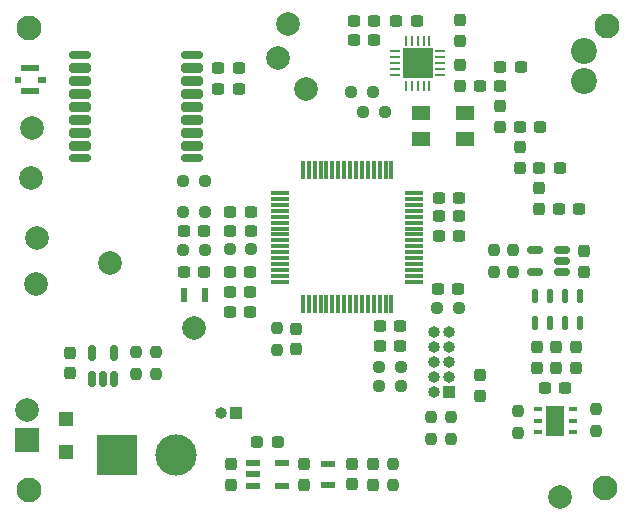
<source format=gbr>
%TF.GenerationSoftware,KiCad,Pcbnew,8.0.5*%
%TF.CreationDate,2025-03-03T10:26:28+01:00*%
%TF.ProjectId,picoballoon,7069636f-6261-46c6-9c6f-6f6e2e6b6963,rev?*%
%TF.SameCoordinates,Original*%
%TF.FileFunction,Soldermask,Top*%
%TF.FilePolarity,Negative*%
%FSLAX46Y46*%
G04 Gerber Fmt 4.6, Leading zero omitted, Abs format (unit mm)*
G04 Created by KiCad (PCBNEW 8.0.5) date 2025-03-03 10:26:28*
%MOMM*%
%LPD*%
G01*
G04 APERTURE LIST*
G04 Aperture macros list*
%AMRoundRect*
0 Rectangle with rounded corners*
0 $1 Rounding radius*
0 $2 $3 $4 $5 $6 $7 $8 $9 X,Y pos of 4 corners*
0 Add a 4 corners polygon primitive as box body*
4,1,4,$2,$3,$4,$5,$6,$7,$8,$9,$2,$3,0*
0 Add four circle primitives for the rounded corners*
1,1,$1+$1,$2,$3*
1,1,$1+$1,$4,$5*
1,1,$1+$1,$6,$7*
1,1,$1+$1,$8,$9*
0 Add four rect primitives between the rounded corners*
20,1,$1+$1,$2,$3,$4,$5,0*
20,1,$1+$1,$4,$5,$6,$7,0*
20,1,$1+$1,$6,$7,$8,$9,0*
20,1,$1+$1,$8,$9,$2,$3,0*%
G04 Aperture macros list end*
%ADD10RoundRect,0.237500X-0.237500X0.250000X-0.237500X-0.250000X0.237500X-0.250000X0.237500X0.250000X0*%
%ADD11R,2.000000X2.000000*%
%ADD12C,2.000000*%
%ADD13R,1.600000X1.250000*%
%ADD14RoundRect,0.237500X-0.300000X-0.237500X0.300000X-0.237500X0.300000X0.237500X-0.300000X0.237500X0*%
%ADD15RoundRect,0.237500X0.237500X-0.250000X0.237500X0.250000X-0.237500X0.250000X-0.237500X-0.250000X0*%
%ADD16C,2.100000*%
%ADD17RoundRect,0.237500X0.237500X-0.300000X0.237500X0.300000X-0.237500X0.300000X-0.237500X-0.300000X0*%
%ADD18RoundRect,0.237500X0.300000X0.237500X-0.300000X0.237500X-0.300000X-0.237500X0.300000X-0.237500X0*%
%ADD19RoundRect,0.150000X0.512500X0.150000X-0.512500X0.150000X-0.512500X-0.150000X0.512500X-0.150000X0*%
%ADD20R,1.200000X0.600000*%
%ADD21RoundRect,0.237500X-0.237500X0.300000X-0.237500X-0.300000X0.237500X-0.300000X0.237500X0.300000X0*%
%ADD22RoundRect,0.237500X-0.250000X-0.237500X0.250000X-0.237500X0.250000X0.237500X-0.250000X0.237500X0*%
%ADD23RoundRect,0.237500X0.237500X-0.287500X0.237500X0.287500X-0.237500X0.287500X-0.237500X-0.287500X0*%
%ADD24RoundRect,0.237500X0.250000X0.237500X-0.250000X0.237500X-0.250000X-0.237500X0.250000X-0.237500X0*%
%ADD25RoundRect,0.237500X-0.237500X0.287500X-0.237500X-0.287500X0.237500X-0.287500X0.237500X0.287500X0*%
%ADD26C,2.200000*%
%ADD27RoundRect,0.237500X-0.287500X-0.237500X0.287500X-0.237500X0.287500X0.237500X-0.287500X0.237500X0*%
%ADD28R,1.000000X1.000000*%
%ADD29O,1.000000X1.000000*%
%ADD30RoundRect,0.150000X0.150000X-0.512500X0.150000X0.512500X-0.150000X0.512500X-0.150000X-0.512500X0*%
%ADD31R,1.200000X1.200000*%
%ADD32R,0.600000X1.250000*%
%ADD33RoundRect,0.075000X-0.700000X-0.075000X0.700000X-0.075000X0.700000X0.075000X-0.700000X0.075000X0*%
%ADD34RoundRect,0.075000X-0.075000X-0.700000X0.075000X-0.700000X0.075000X0.700000X-0.075000X0.700000X0*%
%ADD35RoundRect,0.125000X0.125000X-0.475000X0.125000X0.475000X-0.125000X0.475000X-0.125000X-0.475000X0*%
%ADD36R,1.250000X0.600000*%
%ADD37RoundRect,0.175000X0.725000X0.175000X-0.725000X0.175000X-0.725000X-0.175000X0.725000X-0.175000X0*%
%ADD38RoundRect,0.200000X0.700000X0.200000X-0.700000X0.200000X-0.700000X-0.200000X0.700000X-0.200000X0*%
%ADD39R,3.500000X3.500000*%
%ADD40C,3.500000*%
%ADD41RoundRect,0.062500X0.362500X0.062500X-0.362500X0.062500X-0.362500X-0.062500X0.362500X-0.062500X0*%
%ADD42RoundRect,0.062500X0.062500X0.362500X-0.062500X0.362500X-0.062500X-0.362500X0.062500X-0.362500X0*%
%ADD43R,2.600000X2.600000*%
%ADD44R,0.800000X0.450000*%
%ADD45R,1.600000X2.500000*%
%ADD46R,0.700000X0.500000*%
%ADD47R,0.550000X0.500000*%
%ADD48R,1.500000X0.500000*%
G04 APERTURE END LIST*
D10*
%TO.C,R6*%
X151480000Y-119297500D03*
X151480000Y-121122500D03*
%TD*%
D11*
%TO.C,SC1*%
X109910000Y-121795000D03*
D12*
X109910000Y-119255000D03*
%TD*%
D13*
%TO.C,Y1*%
X143275000Y-94065000D03*
X146975000Y-96265000D03*
X146975000Y-94065000D03*
X143275000Y-96265000D03*
%TD*%
D14*
%TO.C,C29*%
X148217500Y-91810000D03*
X149942500Y-91810000D03*
%TD*%
D15*
%TO.C,R15*%
X145790000Y-121662500D03*
X145790000Y-119837500D03*
%TD*%
D16*
%TO.C,H1*%
X110040000Y-125990000D03*
%TD*%
D17*
%TO.C,C37*%
X148210000Y-117992500D03*
X148210000Y-116267500D03*
%TD*%
D18*
%TO.C,C30*%
X151682500Y-90160000D03*
X149957500Y-90160000D03*
%TD*%
D19*
%TO.C,U4*%
X155207500Y-107570000D03*
X155207500Y-106620000D03*
X155207500Y-105670000D03*
X152932500Y-105670000D03*
X152932500Y-107570000D03*
%TD*%
D14*
%TO.C,C7*%
X139767500Y-112140000D03*
X141492500Y-112140000D03*
%TD*%
D20*
%TO.C,PS1*%
X129020000Y-123707500D03*
X129020000Y-124657500D03*
X129020000Y-125607500D03*
X131520000Y-125607500D03*
X131520000Y-123707500D03*
%TD*%
D16*
%TO.C,H2*%
X158830000Y-125800000D03*
%TD*%
D21*
%TO.C,C21*%
X156390000Y-113895000D03*
X156390000Y-115620000D03*
%TD*%
D17*
%TO.C,C19*%
X157070000Y-107500000D03*
X157070000Y-105775000D03*
%TD*%
D22*
%TO.C,R14*%
X123117500Y-105630000D03*
X124942500Y-105630000D03*
%TD*%
D12*
%TO.C,TP1*%
X124060000Y-112270000D03*
%TD*%
D18*
%TO.C,C28*%
X139302500Y-87890000D03*
X137577500Y-87890000D03*
%TD*%
%TO.C,C31*%
X153332500Y-95260000D03*
X151607500Y-95260000D03*
%TD*%
D21*
%TO.C,C20*%
X154720000Y-113895000D03*
X154720000Y-115620000D03*
%TD*%
D14*
%TO.C,C11*%
X144775000Y-101230000D03*
X146500000Y-101230000D03*
%TD*%
D23*
%TO.C,D3*%
X139170000Y-125552500D03*
X139170000Y-123802500D03*
%TD*%
D24*
%TO.C,R12*%
X128865000Y-105610000D03*
X127040000Y-105610000D03*
%TD*%
D10*
%TO.C,R11*%
X131020000Y-112287500D03*
X131020000Y-114112500D03*
%TD*%
D16*
%TO.C,H4*%
X110060000Y-86890000D03*
%TD*%
%TO.C,H3*%
X159010000Y-86670000D03*
%TD*%
D14*
%TO.C,C25*%
X126077500Y-92010000D03*
X127802500Y-92010000D03*
%TD*%
%TO.C,C24*%
X126077500Y-90220000D03*
X127802500Y-90220000D03*
%TD*%
D12*
%TO.C,TP5*%
X110250000Y-99590000D03*
%TD*%
D25*
%TO.C,L6*%
X149940000Y-93505000D03*
X149940000Y-95255000D03*
%TD*%
D21*
%TO.C,C18*%
X113557500Y-114350000D03*
X113557500Y-116075000D03*
%TD*%
D24*
%TO.C,R19*%
X141532500Y-117190000D03*
X139707500Y-117190000D03*
%TD*%
D12*
%TO.C,TP6*%
X132000000Y-86500000D03*
%TD*%
D24*
%TO.C,R13*%
X141522500Y-115540000D03*
X139697500Y-115540000D03*
%TD*%
D18*
%TO.C,C6*%
X128825000Y-104030000D03*
X127100000Y-104030000D03*
%TD*%
D22*
%TO.C,R7*%
X137337500Y-92250000D03*
X139162500Y-92250000D03*
%TD*%
D18*
%TO.C,C26*%
X142872500Y-86260000D03*
X141147500Y-86260000D03*
%TD*%
%TO.C,C17*%
X124892500Y-104040000D03*
X123167500Y-104040000D03*
%TD*%
%TO.C,C32*%
X154992500Y-98730000D03*
X153267500Y-98730000D03*
%TD*%
D12*
%TO.C,TP10*%
X155030000Y-126560000D03*
%TD*%
D26*
%TO.C,AE2*%
X157050000Y-91320000D03*
X157050000Y-88780000D03*
%TD*%
D14*
%TO.C,C9*%
X144767500Y-102830000D03*
X146492500Y-102830000D03*
%TD*%
D25*
%TO.C,L8*%
X153260000Y-100425000D03*
X153260000Y-102175000D03*
%TD*%
D27*
%TO.C,L1*%
X129375000Y-121917500D03*
X131125000Y-121917500D03*
%TD*%
D22*
%TO.C,R8*%
X138337500Y-93960000D03*
X140162500Y-93960000D03*
%TD*%
D28*
%TO.C,J1*%
X145590000Y-117730000D03*
D29*
X144320000Y-117730000D03*
X145590000Y-116460000D03*
X144320000Y-116460000D03*
X145590000Y-115190000D03*
X144320000Y-115190000D03*
X145590000Y-113920000D03*
X144320000Y-113920000D03*
X145590000Y-112650000D03*
X144320000Y-112650000D03*
%TD*%
D30*
%TO.C,U6*%
X115397500Y-116630000D03*
X116347500Y-116630000D03*
X117297500Y-116630000D03*
X117297500Y-114355000D03*
X115397500Y-114355000D03*
%TD*%
D10*
%TO.C,R16*%
X144070000Y-119837500D03*
X144070000Y-121662500D03*
%TD*%
D14*
%TO.C,C8*%
X139767500Y-113820000D03*
X141492500Y-113820000D03*
%TD*%
D31*
%TO.C,D1*%
X113230000Y-122810000D03*
X113230000Y-120010000D03*
%TD*%
D12*
%TO.C,TP3*%
X116890000Y-106800000D03*
%TD*%
D18*
%TO.C,C27*%
X139300000Y-86260000D03*
X137575000Y-86260000D03*
%TD*%
%TO.C,C15*%
X128800000Y-110880000D03*
X127075000Y-110880000D03*
%TD*%
D14*
%TO.C,C23*%
X153717500Y-117360000D03*
X155442500Y-117360000D03*
%TD*%
D17*
%TO.C,C3*%
X133350000Y-125530000D03*
X133350000Y-123805000D03*
%TD*%
D12*
%TO.C,TP7*%
X133490000Y-92060000D03*
%TD*%
D32*
%TO.C,FB3*%
X123157500Y-109510000D03*
X124957500Y-109510000D03*
%TD*%
D25*
%TO.C,L4*%
X146540000Y-86185000D03*
X146540000Y-87935000D03*
%TD*%
D12*
%TO.C,TP8*%
X131110000Y-89420000D03*
%TD*%
D10*
%TO.C,R9*%
X151050000Y-105687500D03*
X151050000Y-107512500D03*
%TD*%
D12*
%TO.C,TP9*%
X110740000Y-104660000D03*
%TD*%
D14*
%TO.C,C12*%
X123165000Y-107560000D03*
X124890000Y-107560000D03*
%TD*%
D25*
%TO.C,D2*%
X132710000Y-112327500D03*
X132710000Y-114077500D03*
%TD*%
D33*
%TO.C,IC1*%
X131325000Y-100850000D03*
X131325000Y-101350000D03*
X131325000Y-101850000D03*
X131325000Y-102350000D03*
X131325000Y-102850000D03*
X131325000Y-103350000D03*
X131325000Y-103850000D03*
X131325000Y-104350000D03*
X131325000Y-104850000D03*
X131325000Y-105350000D03*
X131325000Y-105850000D03*
X131325000Y-106350000D03*
X131325000Y-106850000D03*
X131325000Y-107350000D03*
X131325000Y-107850000D03*
X131325000Y-108350000D03*
D34*
X133250000Y-110275000D03*
X133750000Y-110275000D03*
X134250000Y-110275000D03*
X134750000Y-110275000D03*
X135250000Y-110275000D03*
X135750000Y-110275000D03*
X136250000Y-110275000D03*
X136750000Y-110275000D03*
X137250000Y-110275000D03*
X137750000Y-110275000D03*
X138250000Y-110275000D03*
X138750000Y-110275000D03*
X139250000Y-110275000D03*
X139750000Y-110275000D03*
X140250000Y-110275000D03*
X140750000Y-110275000D03*
D33*
X142675000Y-108350000D03*
X142675000Y-107850000D03*
X142675000Y-107350000D03*
X142675000Y-106850000D03*
X142675000Y-106350000D03*
X142675000Y-105850000D03*
X142675000Y-105350000D03*
X142675000Y-104850000D03*
X142675000Y-104350000D03*
X142675000Y-103850000D03*
X142675000Y-103350000D03*
X142675000Y-102850000D03*
X142675000Y-102350000D03*
X142675000Y-101850000D03*
X142675000Y-101350000D03*
X142675000Y-100850000D03*
D34*
X140750000Y-98925000D03*
X140250000Y-98925000D03*
X139750000Y-98925000D03*
X139250000Y-98925000D03*
X138750000Y-98925000D03*
X138250000Y-98925000D03*
X137750000Y-98925000D03*
X137250000Y-98925000D03*
X136750000Y-98925000D03*
X136250000Y-98925000D03*
X135750000Y-98925000D03*
X135250000Y-98925000D03*
X134750000Y-98925000D03*
X134250000Y-98925000D03*
X133750000Y-98925000D03*
X133250000Y-98925000D03*
%TD*%
D14*
%TO.C,C10*%
X144767500Y-104460000D03*
X146492500Y-104460000D03*
%TD*%
D12*
%TO.C,TP4*%
X110300000Y-95310000D03*
%TD*%
D35*
%TO.C,U2*%
X152925000Y-111880000D03*
X154175000Y-111880000D03*
X155425000Y-111880000D03*
X156675000Y-111880000D03*
X156675000Y-109580000D03*
X155425000Y-109580000D03*
X154175000Y-109580000D03*
X152925000Y-109580000D03*
%TD*%
D22*
%TO.C,R3*%
X123097500Y-99790000D03*
X124922500Y-99790000D03*
%TD*%
D25*
%TO.C,L5*%
X146550000Y-90025000D03*
X146550000Y-91775000D03*
%TD*%
D36*
%TO.C,FB1*%
X135360000Y-125567500D03*
X135360000Y-123767500D03*
%TD*%
D21*
%TO.C,C2*%
X127160000Y-123805000D03*
X127160000Y-125530000D03*
%TD*%
D18*
%TO.C,C5*%
X128832500Y-102430000D03*
X127107500Y-102430000D03*
%TD*%
D37*
%TO.C,U5*%
X123850000Y-97920000D03*
D38*
X123850000Y-96820000D03*
X123850000Y-95720000D03*
X123850000Y-94620000D03*
X123850000Y-93520000D03*
X123850000Y-92420000D03*
X123850000Y-91320000D03*
X123850000Y-90220000D03*
D37*
X123850000Y-89120000D03*
X114350000Y-89120000D03*
D38*
X114350000Y-90220000D03*
X114350000Y-91320000D03*
X114350000Y-92420000D03*
X114350000Y-93520000D03*
X114350000Y-94620000D03*
X114350000Y-95720000D03*
X114350000Y-96820000D03*
D37*
X114350000Y-97920000D03*
%TD*%
D12*
%TO.C,TP2*%
X110690000Y-108560000D03*
%TD*%
D39*
%TO.C,C1*%
X117510000Y-123030000D03*
D40*
X122510000Y-123030000D03*
%TD*%
D10*
%TO.C,R1*%
X140900000Y-123755000D03*
X140900000Y-125580000D03*
%TD*%
D41*
%TO.C,U1*%
X144890000Y-90860000D03*
X144890000Y-90360000D03*
X144890000Y-89860000D03*
X144890000Y-89360000D03*
X144890000Y-88860000D03*
D42*
X143965000Y-87935000D03*
X143465000Y-87935000D03*
X142965000Y-87935000D03*
X142465000Y-87935000D03*
X141965000Y-87935000D03*
D41*
X141040000Y-88860000D03*
X141040000Y-89360000D03*
X141040000Y-89860000D03*
X141040000Y-90360000D03*
X141040000Y-90860000D03*
D42*
X141965000Y-91785000D03*
X142465000Y-91785000D03*
X142965000Y-91785000D03*
X143465000Y-91785000D03*
X143965000Y-91785000D03*
D43*
X142965000Y-89860000D03*
%TD*%
D44*
%TO.C,HM1*%
X156080000Y-121110000D03*
X156080000Y-120110000D03*
X156080000Y-119110000D03*
X153180000Y-119110000D03*
X153180000Y-120110000D03*
X153180000Y-121110000D03*
D45*
X154630000Y-120110000D03*
%TD*%
D25*
%TO.C,L7*%
X151610000Y-96985000D03*
X151610000Y-98735000D03*
%TD*%
D10*
%TO.C,R10*%
X149417500Y-105687500D03*
X149417500Y-107512500D03*
%TD*%
D24*
%TO.C,R2*%
X146442500Y-110570000D03*
X144617500Y-110570000D03*
%TD*%
D22*
%TO.C,R4*%
X123117500Y-102430000D03*
X124942500Y-102430000D03*
%TD*%
D18*
%TO.C,C13*%
X128802500Y-107570000D03*
X127077500Y-107570000D03*
%TD*%
%TO.C,C33*%
X156632500Y-102170000D03*
X154907500Y-102170000D03*
%TD*%
%TO.C,C14*%
X128800000Y-109210000D03*
X127075000Y-109210000D03*
%TD*%
D10*
%TO.C,R5*%
X158080000Y-119157500D03*
X158080000Y-120982500D03*
%TD*%
D14*
%TO.C,C16*%
X144667500Y-108940000D03*
X146392500Y-108940000D03*
%TD*%
D21*
%TO.C,C4*%
X137430000Y-123795000D03*
X137430000Y-125520000D03*
%TD*%
%TO.C,C22*%
X153040000Y-113895000D03*
X153040000Y-115620000D03*
%TD*%
D28*
%TO.C,J2*%
X127570000Y-119450000D03*
D29*
X126300000Y-119450000D03*
%TD*%
D10*
%TO.C,R18*%
X120840000Y-114320000D03*
X120840000Y-116145000D03*
%TD*%
D46*
%TO.C,AE1*%
X111137000Y-91250000D03*
D47*
X109163000Y-91250000D03*
D48*
X110187000Y-92200000D03*
X110187000Y-90300000D03*
%TD*%
D15*
%TO.C,R17*%
X119150000Y-116145000D03*
X119150000Y-114320000D03*
%TD*%
M02*

</source>
